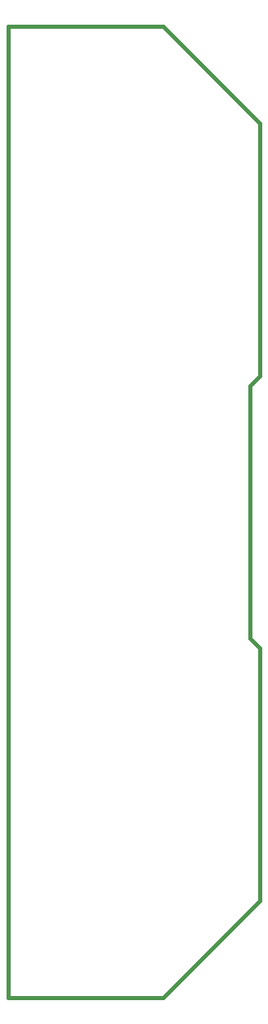
<source format=gko>
%FSLAX33Y33*%
%MOMM*%
%ADD10C,0.381*%
D10*
%LNpath-0*%
G01*
X0Y0D02*
X16000Y0D01*
X26000Y10000*
X26000Y36000*
X25000Y37000*
X25000Y63000*
X26000Y64000*
X26000Y90000*
X16000Y100000*
X0Y100000*
X0Y0*
%LNmechanical details_traces*%
M02*
</source>
